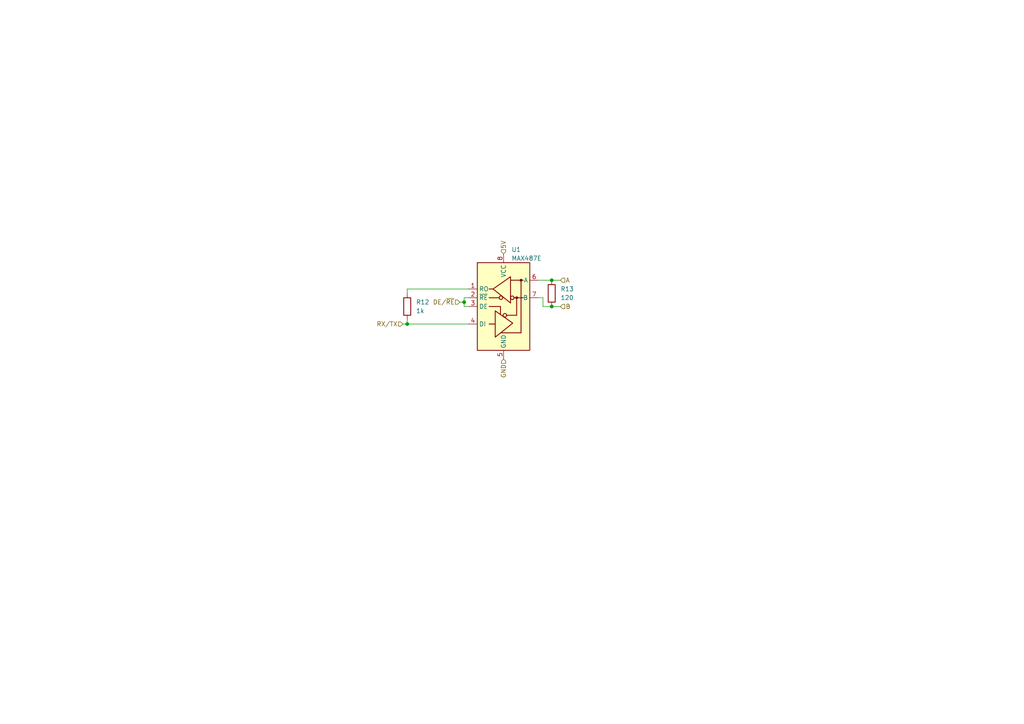
<source format=kicad_sch>
(kicad_sch (version 20231120) (generator "eeschema") (generator_version "8.0")
  (paper "A4")
  (title_block (title "Domoticata wall terminal") (date "2024-07-12") (rev "0.0.1") (company "Davide Scalisi"))
  (lib_symbols
    (symbol "Device:R" (pin_numbers hide) (pin_names (offset 0))
      (property "Reference" "R" (at 2.032 0 90))
      (property "Value" "R" (at 0 0 90))
      (symbol "R_0_1"
        (rectangle (start -1.016 -2.54) (end 1.016 2.54) (stroke (width 0.254)))
      )
      (symbol "R_1_1"
        (pin passive line (at 0 3.81 270) (length 1.27) (name "~") (number "1"))
        (pin passive line (at 0 -3.81 90) (length 1.27) (name "~") (number "2"))
      )
    )
    (symbol "Interface_UART:MAX487E"
      (property "Reference" "U" (at -6.985 13.97 0))
      (property "Value" "MAX487E" (at 1.27 13.97 0))
      (symbol "MAX487E_0_1"
        (rectangle (start -7.62 12.7) (end 7.62 -12.7) (stroke (width 0.254)) (fill (type background)))
        (polyline (pts (xy -4.191 2.54) (xy -1.27 2.54)) (stroke (width 0.254)))
        (polyline (pts (xy -2.54 -5.08) (xy -4.191 -5.08)) (stroke (width 0.254)))
        (polyline (pts (xy -0.635 -7.62) (xy 5.08 -7.62)) (stroke (width 0.254)))
        (polyline (pts (xy 0.889 -2.54) (xy 3.81 -2.54)) (stroke (width 0.254)))
        (polyline (pts (xy 2.032 7.62) (xy 5.715 7.62)) (stroke (width 0.254)))
        (polyline (pts (xy 3.048 2.54) (xy 5.715 2.54)) (stroke (width 0.254)))
        (polyline (pts (xy 3.81 -2.54) (xy 3.81 2.54)) (stroke (width 0.254)))
        (polyline (pts (xy 5.08 -7.62) (xy 5.08 7.62)) (stroke (width 0.254)))
        (polyline (pts (xy -4.191 0) (xy -0.889 0) (xy -0.889 -2.286)) (stroke (width 0.254)))
        (polyline (pts (xy -3.175 5.08) (xy -4.191 5.08) (xy -4.064 5.08)) (stroke (width 0.254)))
        (polyline (pts (xy -2.413 -5.08) (xy -2.413 -1.27) (xy 2.667 -4.826) (xy -2.413 -8.89) (xy -2.413 -5.08)) (stroke (width 0.254)))
        (circle (center 0.381 -2.54) (radius 0.508) (stroke (width 0.254)))
        (circle (center 3.81 2.54) (radius 0.2794) (stroke (width 0.254)) (fill (type outline)))
      )
      (symbol "MAX487E_1_1"
        (circle (center -0.762 2.54) (radius 0.508) (stroke (width 0.254)))
        (polyline (pts (xy 2.032 4.826) (xy 2.032 8.636) (xy -3.048 5.08) (xy 2.032 1.016) (xy 2.032 4.826)) (stroke (width 0.254)))
        (circle (center 2.54 2.54) (radius 0.508) (stroke (width 0.254)))
        (circle (center 5.08 7.62) (radius 0.2794) (stroke (width 0.254)) (fill (type outline)))
        (pin output line (at -10.16 5.08 0) (length 2.54) (name "RO") (number "1"))
        (pin input line (at -10.16 2.54 0) (length 2.54) (name "~{RE}") (number "2"))
        (pin input line (at -10.16 0 0) (length 2.54) (name "DE") (number "3"))
        (pin input line (at -10.16 -5.08 0) (length 2.54) (name "DI") (number "4"))
        (pin power_in line (at 0 -15.24 90) (length 2.54) (name "GND") (number "5"))
        (pin bidirectional line (at 10.16 7.62 180) (length 2.54) (name "A") (number "6"))
        (pin bidirectional line (at 10.16 2.54 180) (length 2.54) (name "B") (number "7"))
        (pin power_in line (at 0 15.24 270) (length 2.54) (name "VCC") (number "8"))
      )
    )
  )
  (junction (at 160.02 88.9))
  (junction (at 160.02 81.28))
  (junction (at 118.11 93.98))
  (junction (at 134.62 87.63))
  (wire (pts (xy 118.11 83.82) (xy 118.11 85.09)))
  (wire (pts (xy 157.48 86.36) (xy 156.21 86.36)))
  (wire (pts (xy 157.48 88.9) (xy 160.02 88.9)))
  (wire (pts (xy 156.21 81.28) (xy 160.02 81.28)))
  (wire (pts (xy 134.62 86.36) (xy 134.62 87.63)))
  (wire (pts (xy 157.48 88.9) (xy 157.48 86.36)))
  (wire (pts (xy 160.02 88.9) (xy 162.56 88.9)))
  (wire (pts (xy 134.62 87.63) (xy 134.62 88.9)))
  (wire (pts (xy 118.11 92.71) (xy 118.11 93.98)))
  (wire (pts (xy 134.62 88.9) (xy 135.89 88.9)))
  (wire (pts (xy 118.11 93.98) (xy 135.89 93.98)))
  (wire (pts (xy 118.11 83.82) (xy 135.89 83.82)))
  (wire (pts (xy 133.35 87.63) (xy 134.62 87.63)))
  (wire (pts (xy 160.02 81.28) (xy 162.56 81.28)))
  (wire (pts (xy 116.84 93.98) (xy 118.11 93.98)))
  (wire (pts (xy 135.89 86.36) (xy 134.62 86.36)))
  (hierarchical_label "5V" (shape input) (at 146.05 73.66 90))
  (hierarchical_label "B" (shape input) (at 162.56 88.9 0))
  (hierarchical_label "A" (shape input) (at 162.56 81.28 0))
  (hierarchical_label "RX{slash}TX" (shape input) (at 116.84 93.98 180))
  (hierarchical_label "GND" (shape input) (at 146.05 104.14 270))
  (hierarchical_label "DE{slash}~{RE}" (shape input) (at 133.35 87.63 180))
  (symbol (lib_id "Device:R") (at 118.11 88.9 0) (unit 1)
    (property "Reference" "R12" (at 120.65 87.6299 0) (effects (justify left)))
    (property "Value" "1k" (at 120.65 90.1699 0) (effects (justify left)))
    (property "Footprint" "Resistor_THT:R_Axial_DIN0207_L6.3mm_D2.5mm_P2.54mm_Vertical" (effects (hide yes)))
    (property "Description" "Resistor" (effects (hide yes)))
  )
  (symbol (lib_id "Interface_UART:MAX487E") (at 146.05 88.9 0) (unit 1)
    (property "Reference" "U1" (at 148.336 72.39 0) (effects (justify left)))
    (property "Value" "MAX487E" (at 148.336 74.93 0) (effects (justify left)))
    (property "Footprint" "Package_DIP:DIP-8_W7.62mm_Socket" (effects (hide yes)))
    (property "Datasheet" "https://datasheets.maximintegrated.com/en/ds/MAX1487E-MAX491E.pdf" (effects (hide yes)))
    (property "Description" "Half duplex RS-485/RS-422, 0.25 Mbps, ±15kV electro-static discharge (ESD) protection, with slew-rate, with low-power shutdown, with receiver/driver enable, 128 receiver drive capability, DIP-8 and SOIC-8" (effects (hide yes)))
  )
  (symbol (lib_id "Device:R") (at 160.02 85.09 0) (unit 1)
    (property "Reference" "R13" (at 162.56 83.8199 0) (effects (justify left)))
    (property "Value" "120" (at 162.56 86.3599 0) (effects (justify left)))
    (property "Footprint" "Resistor_THT:R_Axial_DIN0207_L6.3mm_D2.5mm_P7.62mm_Horizontal" (effects (hide yes)))
    (property "Description" "Resistor" (effects (hide yes)))
  )
)
</source>
